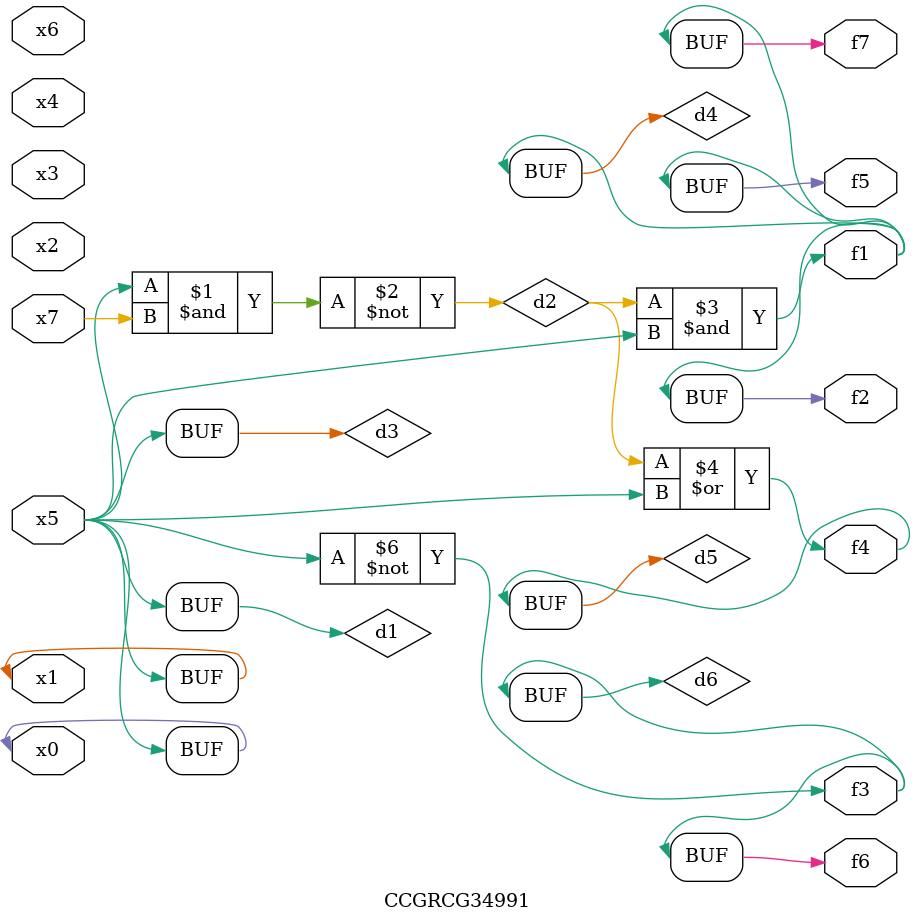
<source format=v>
module CCGRCG34991(
	input x0, x1, x2, x3, x4, x5, x6, x7,
	output f1, f2, f3, f4, f5, f6, f7
);

	wire d1, d2, d3, d4, d5, d6;

	buf (d1, x0, x5);
	nand (d2, x5, x7);
	buf (d3, x0, x1);
	and (d4, d2, d3);
	or (d5, d2, d3);
	nor (d6, d1, d3);
	assign f1 = d4;
	assign f2 = d4;
	assign f3 = d6;
	assign f4 = d5;
	assign f5 = d4;
	assign f6 = d6;
	assign f7 = d4;
endmodule

</source>
